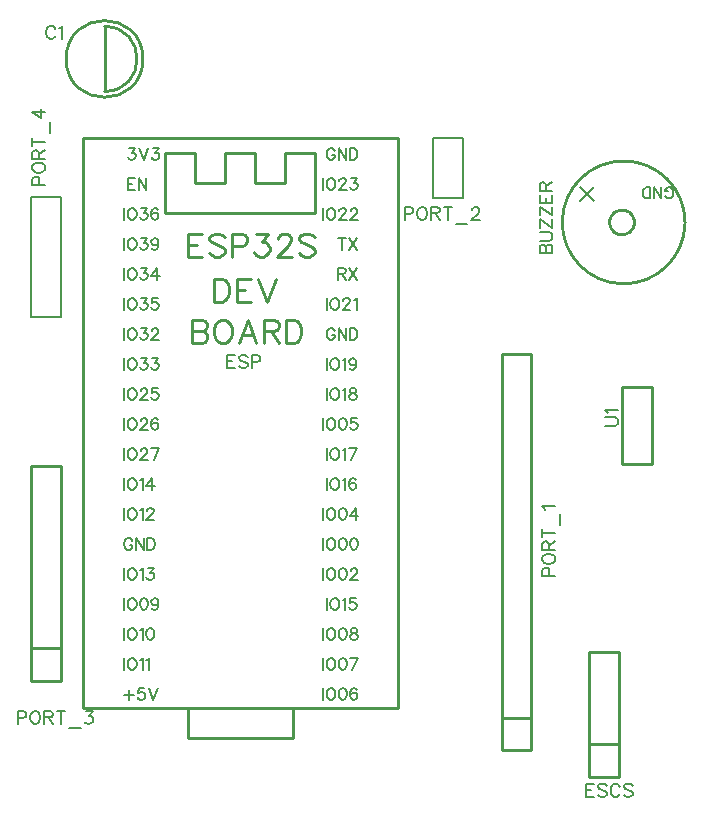
<source format=gto>
G04 Layer: TopSilkscreenLayer*
G04 EasyEDA v6.5.23, 2023-06-09 13:35:16*
G04 e563b856323e489fb497cbcb29ae2dd2,10*
G04 Gerber Generator version 0.2*
G04 Scale: 100 percent, Rotated: No, Reflected: No *
G04 Dimensions in millimeters *
G04 leading zeros omitted , absolute positions ,4 integer and 5 decimal *
%FSLAX45Y45*%
%MOMM*%

%ADD10C,0.1524*%
%ADD11C,0.2032*%
%ADD12C,0.1500*%
%ADD13C,0.1270*%
%ADD14C,0.2540*%
%ADD15C,0.2030*%
%ADD16C,0.0103*%

%LPD*%
D10*
X4990084Y3499993D02*
G01*
X5068061Y3499993D01*
X5083556Y3505072D01*
X5093970Y3515487D01*
X5099050Y3531235D01*
X5099050Y3541648D01*
X5093970Y3557143D01*
X5083556Y3567556D01*
X5068061Y3572637D01*
X4990084Y3572637D01*
X5010911Y3606927D02*
G01*
X5005577Y3617340D01*
X4990084Y3633088D01*
X5099050Y3633088D01*
X4432045Y4959095D02*
G01*
X4541011Y4959095D01*
X4432045Y4959095D02*
G01*
X4432045Y5005831D01*
X4437125Y5021326D01*
X4442459Y5026660D01*
X4452874Y5031739D01*
X4463288Y5031739D01*
X4473702Y5026660D01*
X4478781Y5021326D01*
X4483861Y5005831D01*
X4483861Y4959095D02*
G01*
X4483861Y5005831D01*
X4489195Y5021326D01*
X4494275Y5026660D01*
X4504690Y5031739D01*
X4520438Y5031739D01*
X4530852Y5026660D01*
X4535931Y5021326D01*
X4541011Y5005831D01*
X4541011Y4959095D01*
X4432045Y5066029D02*
G01*
X4510024Y5066029D01*
X4525518Y5071363D01*
X4535931Y5081778D01*
X4541011Y5097271D01*
X4541011Y5107686D01*
X4535931Y5123179D01*
X4525518Y5133594D01*
X4510024Y5138928D01*
X4432045Y5138928D01*
X4432045Y5245862D02*
G01*
X4541011Y5173218D01*
X4432045Y5173218D02*
G01*
X4432045Y5245862D01*
X4541011Y5173218D02*
G01*
X4541011Y5245862D01*
X4432045Y5352795D02*
G01*
X4541011Y5280152D01*
X4432045Y5280152D02*
G01*
X4432045Y5352795D01*
X4541011Y5280152D02*
G01*
X4541011Y5352795D01*
X4432045Y5387086D02*
G01*
X4541011Y5387086D01*
X4432045Y5387086D02*
G01*
X4432045Y5454650D01*
X4483861Y5387086D02*
G01*
X4483861Y5428742D01*
X4541011Y5387086D02*
G01*
X4541011Y5454650D01*
X4432045Y5488939D02*
G01*
X4541011Y5488939D01*
X4432045Y5488939D02*
G01*
X4432045Y5535676D01*
X4437125Y5551423D01*
X4442459Y5556504D01*
X4452874Y5561837D01*
X4463288Y5561837D01*
X4473702Y5556504D01*
X4478781Y5551423D01*
X4483861Y5535676D01*
X4483861Y5488939D01*
X4483861Y5525515D02*
G01*
X4541011Y5561837D01*
D11*
X4772065Y5518094D02*
G01*
X4889527Y5400634D01*
X4772065Y5400634D02*
G01*
X4889708Y5518274D01*
D12*
X5494527Y5446268D02*
G01*
X5498845Y5437123D01*
X5507990Y5428234D01*
X5517134Y5423662D01*
X5535422Y5423662D01*
X5544311Y5428234D01*
X5553456Y5437123D01*
X5558027Y5446268D01*
X5562600Y5459984D01*
X5562600Y5482589D01*
X5558027Y5496305D01*
X5553456Y5505450D01*
X5544311Y5514594D01*
X5535422Y5519165D01*
X5517134Y5519165D01*
X5507990Y5514594D01*
X5498845Y5505450D01*
X5494527Y5496305D01*
X5494527Y5482589D01*
X5517134Y5482589D02*
G01*
X5494527Y5482589D01*
X5464302Y5423662D02*
G01*
X5464302Y5519165D01*
X5464302Y5423662D02*
G01*
X5400802Y5519165D01*
X5400802Y5423662D02*
G01*
X5400802Y5519165D01*
X5370829Y5423662D02*
G01*
X5370829Y5519165D01*
X5370829Y5423662D02*
G01*
X5339079Y5423662D01*
X5325363Y5428234D01*
X5316220Y5437123D01*
X5311647Y5446268D01*
X5307075Y5459984D01*
X5307075Y5482589D01*
X5311647Y5496305D01*
X5316220Y5505450D01*
X5325363Y5514594D01*
X5339079Y5519165D01*
X5370829Y5519165D01*
D10*
X1785696Y4095508D02*
G01*
X1785696Y3986542D01*
X1785696Y4095508D02*
G01*
X1853260Y4095508D01*
X1785696Y4043692D02*
G01*
X1827352Y4043692D01*
X1785696Y3986542D02*
G01*
X1853260Y3986542D01*
X1960194Y4080014D02*
G01*
X1949780Y4090428D01*
X1934286Y4095508D01*
X1913458Y4095508D01*
X1897964Y4090428D01*
X1887550Y4080014D01*
X1887550Y4069600D01*
X1892630Y4059186D01*
X1897964Y4053852D01*
X1908378Y4048772D01*
X1939366Y4038358D01*
X1949780Y4033278D01*
X1955114Y4027944D01*
X1960194Y4017530D01*
X1960194Y4002036D01*
X1949780Y3991622D01*
X1934286Y3986542D01*
X1913458Y3986542D01*
X1897964Y3991622D01*
X1887550Y4002036D01*
X1994484Y4095508D02*
G01*
X1994484Y3986542D01*
X1994484Y4095508D02*
G01*
X2041220Y4095508D01*
X2056968Y4090428D01*
X2062048Y4085094D01*
X2067382Y4074680D01*
X2067382Y4059186D01*
X2062048Y4048772D01*
X2056968Y4043692D01*
X2041220Y4038358D01*
X1994484Y4038358D01*
D13*
X956640Y5848108D02*
G01*
X1007440Y5848108D01*
X979754Y5811024D01*
X993724Y5811024D01*
X1002868Y5806452D01*
X1007440Y5801880D01*
X1012266Y5787910D01*
X1012266Y5778766D01*
X1007440Y5764796D01*
X998296Y5755652D01*
X984326Y5751080D01*
X970610Y5751080D01*
X956640Y5755652D01*
X952068Y5760224D01*
X947496Y5769622D01*
X1042746Y5848108D02*
G01*
X1079576Y5751080D01*
X1116406Y5848108D02*
G01*
X1079576Y5751080D01*
X1156284Y5848108D02*
G01*
X1207084Y5848108D01*
X1179398Y5811024D01*
X1193114Y5811024D01*
X1202512Y5806452D01*
X1207084Y5801880D01*
X1211656Y5787910D01*
X1211656Y5778766D01*
X1207084Y5764796D01*
X1197686Y5755652D01*
X1183970Y5751080D01*
X1170000Y5751080D01*
X1156284Y5755652D01*
X1151712Y5760224D01*
X1146886Y5769622D01*
X947496Y5594108D02*
G01*
X947496Y5497080D01*
X947496Y5594108D02*
G01*
X1007440Y5594108D01*
X947496Y5547880D02*
G01*
X984326Y5547880D01*
X947496Y5497080D02*
G01*
X1007440Y5497080D01*
X1037920Y5594108D02*
G01*
X1037920Y5497080D01*
X1037920Y5594108D02*
G01*
X1102690Y5497080D01*
X1102690Y5594108D02*
G01*
X1102690Y5497080D01*
X915746Y5340108D02*
G01*
X915746Y5243080D01*
X973912Y5340108D02*
G01*
X964768Y5335282D01*
X955370Y5326138D01*
X950798Y5316994D01*
X946226Y5303024D01*
X946226Y5279910D01*
X950798Y5266194D01*
X955370Y5256796D01*
X964768Y5247652D01*
X973912Y5243080D01*
X992454Y5243080D01*
X1001598Y5247652D01*
X1010996Y5256796D01*
X1015568Y5266194D01*
X1020140Y5279910D01*
X1020140Y5303024D01*
X1015568Y5316994D01*
X1010996Y5326138D01*
X1001598Y5335282D01*
X992454Y5340108D01*
X973912Y5340108D01*
X1059764Y5340108D02*
G01*
X1110564Y5340108D01*
X1082878Y5303024D01*
X1096848Y5303024D01*
X1105992Y5298452D01*
X1110564Y5293880D01*
X1115136Y5279910D01*
X1115136Y5270766D01*
X1110564Y5256796D01*
X1101420Y5247652D01*
X1087450Y5243080D01*
X1073734Y5243080D01*
X1059764Y5247652D01*
X1055192Y5252224D01*
X1050620Y5261622D01*
X1201242Y5326138D02*
G01*
X1196416Y5335282D01*
X1182700Y5340108D01*
X1173556Y5340108D01*
X1159586Y5335282D01*
X1150442Y5321566D01*
X1145616Y5298452D01*
X1145616Y5275338D01*
X1150442Y5256796D01*
X1159586Y5247652D01*
X1173556Y5243080D01*
X1178128Y5243080D01*
X1191844Y5247652D01*
X1201242Y5256796D01*
X1205814Y5270766D01*
X1205814Y5275338D01*
X1201242Y5289308D01*
X1191844Y5298452D01*
X1178128Y5303024D01*
X1173556Y5303024D01*
X1159586Y5298452D01*
X1150442Y5289308D01*
X1145616Y5275338D01*
X915746Y4578108D02*
G01*
X915746Y4481080D01*
X973912Y4578108D02*
G01*
X964768Y4573282D01*
X955370Y4564138D01*
X950798Y4554994D01*
X946226Y4541024D01*
X946226Y4517910D01*
X950798Y4504194D01*
X955370Y4494796D01*
X964768Y4485652D01*
X973912Y4481080D01*
X992454Y4481080D01*
X1001598Y4485652D01*
X1010996Y4494796D01*
X1015568Y4504194D01*
X1020140Y4517910D01*
X1020140Y4541024D01*
X1015568Y4554994D01*
X1010996Y4564138D01*
X1001598Y4573282D01*
X992454Y4578108D01*
X973912Y4578108D01*
X1059764Y4578108D02*
G01*
X1110564Y4578108D01*
X1082878Y4541024D01*
X1096848Y4541024D01*
X1105992Y4536452D01*
X1110564Y4531880D01*
X1115136Y4517910D01*
X1115136Y4508766D01*
X1110564Y4494796D01*
X1101420Y4485652D01*
X1087450Y4481080D01*
X1073734Y4481080D01*
X1059764Y4485652D01*
X1055192Y4490224D01*
X1050620Y4499622D01*
X1201242Y4578108D02*
G01*
X1155014Y4578108D01*
X1150442Y4536452D01*
X1155014Y4541024D01*
X1168730Y4545596D01*
X1182700Y4545596D01*
X1196416Y4541024D01*
X1205814Y4531880D01*
X1210386Y4517910D01*
X1210386Y4508766D01*
X1205814Y4494796D01*
X1196416Y4485652D01*
X1182700Y4481080D01*
X1168730Y4481080D01*
X1155014Y4485652D01*
X1150442Y4490224D01*
X1145616Y4499622D01*
X915746Y4832108D02*
G01*
X915746Y4735080D01*
X973912Y4832108D02*
G01*
X964768Y4827282D01*
X955370Y4818138D01*
X950798Y4808994D01*
X946226Y4795024D01*
X946226Y4771910D01*
X950798Y4758194D01*
X955370Y4748796D01*
X964768Y4739652D01*
X973912Y4735080D01*
X992454Y4735080D01*
X1001598Y4739652D01*
X1010996Y4748796D01*
X1015568Y4758194D01*
X1020140Y4771910D01*
X1020140Y4795024D01*
X1015568Y4808994D01*
X1010996Y4818138D01*
X1001598Y4827282D01*
X992454Y4832108D01*
X973912Y4832108D01*
X1059764Y4832108D02*
G01*
X1110564Y4832108D01*
X1082878Y4795024D01*
X1096848Y4795024D01*
X1105992Y4790452D01*
X1110564Y4785880D01*
X1115136Y4771910D01*
X1115136Y4762766D01*
X1110564Y4748796D01*
X1101420Y4739652D01*
X1087450Y4735080D01*
X1073734Y4735080D01*
X1059764Y4739652D01*
X1055192Y4744224D01*
X1050620Y4753622D01*
X1191844Y4832108D02*
G01*
X1145616Y4767338D01*
X1214958Y4767338D01*
X1191844Y4832108D02*
G01*
X1191844Y4735080D01*
X915746Y5086108D02*
G01*
X915746Y4989080D01*
X973912Y5086108D02*
G01*
X964768Y5081282D01*
X955370Y5072138D01*
X950798Y5062994D01*
X946226Y5049024D01*
X946226Y5025910D01*
X950798Y5012194D01*
X955370Y5002796D01*
X964768Y4993652D01*
X973912Y4989080D01*
X992454Y4989080D01*
X1001598Y4993652D01*
X1010996Y5002796D01*
X1015568Y5012194D01*
X1020140Y5025910D01*
X1020140Y5049024D01*
X1015568Y5062994D01*
X1010996Y5072138D01*
X1001598Y5081282D01*
X992454Y5086108D01*
X973912Y5086108D01*
X1059764Y5086108D02*
G01*
X1110564Y5086108D01*
X1082878Y5049024D01*
X1096848Y5049024D01*
X1105992Y5044452D01*
X1110564Y5039880D01*
X1115136Y5025910D01*
X1115136Y5016766D01*
X1110564Y5002796D01*
X1101420Y4993652D01*
X1087450Y4989080D01*
X1073734Y4989080D01*
X1059764Y4993652D01*
X1055192Y4998224D01*
X1050620Y5007622D01*
X1205814Y5053596D02*
G01*
X1201242Y5039880D01*
X1191844Y5030482D01*
X1178128Y5025910D01*
X1173556Y5025910D01*
X1159586Y5030482D01*
X1150442Y5039880D01*
X1145616Y5053596D01*
X1145616Y5058422D01*
X1150442Y5072138D01*
X1159586Y5081282D01*
X1173556Y5086108D01*
X1178128Y5086108D01*
X1191844Y5081282D01*
X1201242Y5072138D01*
X1205814Y5053596D01*
X1205814Y5030482D01*
X1201242Y5007622D01*
X1191844Y4993652D01*
X1178128Y4989080D01*
X1168730Y4989080D01*
X1155014Y4993652D01*
X1150442Y5002796D01*
X915746Y3562108D02*
G01*
X915746Y3465080D01*
X973912Y3562108D02*
G01*
X964768Y3557282D01*
X955370Y3548138D01*
X950798Y3538994D01*
X946226Y3525024D01*
X946226Y3501910D01*
X950798Y3488194D01*
X955370Y3478796D01*
X964768Y3469652D01*
X973912Y3465080D01*
X992454Y3465080D01*
X1001598Y3469652D01*
X1010996Y3478796D01*
X1015568Y3488194D01*
X1020140Y3501910D01*
X1020140Y3525024D01*
X1015568Y3538994D01*
X1010996Y3548138D01*
X1001598Y3557282D01*
X992454Y3562108D01*
X973912Y3562108D01*
X1055192Y3538994D02*
G01*
X1055192Y3543566D01*
X1059764Y3552710D01*
X1064336Y3557282D01*
X1073734Y3562108D01*
X1092276Y3562108D01*
X1101420Y3557282D01*
X1105992Y3552710D01*
X1110564Y3543566D01*
X1110564Y3534422D01*
X1105992Y3525024D01*
X1096848Y3511308D01*
X1050620Y3465080D01*
X1115136Y3465080D01*
X1201242Y3548138D02*
G01*
X1196416Y3557282D01*
X1182700Y3562108D01*
X1173556Y3562108D01*
X1159586Y3557282D01*
X1150442Y3543566D01*
X1145616Y3520452D01*
X1145616Y3497338D01*
X1150442Y3478796D01*
X1159586Y3469652D01*
X1173556Y3465080D01*
X1178128Y3465080D01*
X1191844Y3469652D01*
X1201242Y3478796D01*
X1205814Y3492766D01*
X1205814Y3497338D01*
X1201242Y3511308D01*
X1191844Y3520452D01*
X1178128Y3525024D01*
X1173556Y3525024D01*
X1159586Y3520452D01*
X1150442Y3511308D01*
X1145616Y3497338D01*
X915746Y3308108D02*
G01*
X915746Y3211080D01*
X973912Y3308108D02*
G01*
X964768Y3303282D01*
X955370Y3294138D01*
X950798Y3284994D01*
X946226Y3271024D01*
X946226Y3247910D01*
X950798Y3234194D01*
X955370Y3224796D01*
X964768Y3215652D01*
X973912Y3211080D01*
X992454Y3211080D01*
X1001598Y3215652D01*
X1010996Y3224796D01*
X1015568Y3234194D01*
X1020140Y3247910D01*
X1020140Y3271024D01*
X1015568Y3284994D01*
X1010996Y3294138D01*
X1001598Y3303282D01*
X992454Y3308108D01*
X973912Y3308108D01*
X1055192Y3284994D02*
G01*
X1055192Y3289566D01*
X1059764Y3298710D01*
X1064336Y3303282D01*
X1073734Y3308108D01*
X1092276Y3308108D01*
X1101420Y3303282D01*
X1105992Y3298710D01*
X1110564Y3289566D01*
X1110564Y3280422D01*
X1105992Y3271024D01*
X1096848Y3257308D01*
X1050620Y3211080D01*
X1115136Y3211080D01*
X1210386Y3308108D02*
G01*
X1164158Y3211080D01*
X1145616Y3308108D02*
G01*
X1210386Y3308108D01*
X915746Y3054108D02*
G01*
X915746Y2957080D01*
X973912Y3054108D02*
G01*
X964768Y3049282D01*
X955370Y3040138D01*
X950798Y3030994D01*
X946226Y3017024D01*
X946226Y2993910D01*
X950798Y2980194D01*
X955370Y2970796D01*
X964768Y2961652D01*
X973912Y2957080D01*
X992454Y2957080D01*
X1001598Y2961652D01*
X1010996Y2970796D01*
X1015568Y2980194D01*
X1020140Y2993910D01*
X1020140Y3017024D01*
X1015568Y3030994D01*
X1010996Y3040138D01*
X1001598Y3049282D01*
X992454Y3054108D01*
X973912Y3054108D01*
X1050620Y3035566D02*
G01*
X1059764Y3040138D01*
X1073734Y3054108D01*
X1073734Y2957080D01*
X1150442Y3054108D02*
G01*
X1104214Y2989338D01*
X1173556Y2989338D01*
X1150442Y3054108D02*
G01*
X1150442Y2957080D01*
X915746Y3816108D02*
G01*
X915746Y3719080D01*
X973912Y3816108D02*
G01*
X964768Y3811282D01*
X955370Y3802138D01*
X950798Y3792994D01*
X946226Y3779024D01*
X946226Y3755910D01*
X950798Y3742194D01*
X955370Y3732796D01*
X964768Y3723652D01*
X973912Y3719080D01*
X992454Y3719080D01*
X1001598Y3723652D01*
X1010996Y3732796D01*
X1015568Y3742194D01*
X1020140Y3755910D01*
X1020140Y3779024D01*
X1015568Y3792994D01*
X1010996Y3802138D01*
X1001598Y3811282D01*
X992454Y3816108D01*
X973912Y3816108D01*
X1055192Y3792994D02*
G01*
X1055192Y3797566D01*
X1059764Y3806710D01*
X1064336Y3811282D01*
X1073734Y3816108D01*
X1092276Y3816108D01*
X1101420Y3811282D01*
X1105992Y3806710D01*
X1110564Y3797566D01*
X1110564Y3788422D01*
X1105992Y3779024D01*
X1096848Y3765308D01*
X1050620Y3719080D01*
X1115136Y3719080D01*
X1201242Y3816108D02*
G01*
X1155014Y3816108D01*
X1150442Y3774452D01*
X1155014Y3779024D01*
X1168730Y3783596D01*
X1182700Y3783596D01*
X1196416Y3779024D01*
X1205814Y3769880D01*
X1210386Y3755910D01*
X1210386Y3746766D01*
X1205814Y3732796D01*
X1196416Y3723652D01*
X1182700Y3719080D01*
X1168730Y3719080D01*
X1155014Y3723652D01*
X1150442Y3728224D01*
X1145616Y3737622D01*
X915746Y4070108D02*
G01*
X915746Y3973080D01*
X973912Y4070108D02*
G01*
X964768Y4065282D01*
X955370Y4056138D01*
X950798Y4046994D01*
X946226Y4033024D01*
X946226Y4009910D01*
X950798Y3996194D01*
X955370Y3986796D01*
X964768Y3977652D01*
X973912Y3973080D01*
X992454Y3973080D01*
X1001598Y3977652D01*
X1010996Y3986796D01*
X1015568Y3996194D01*
X1020140Y4009910D01*
X1020140Y4033024D01*
X1015568Y4046994D01*
X1010996Y4056138D01*
X1001598Y4065282D01*
X992454Y4070108D01*
X973912Y4070108D01*
X1059764Y4070108D02*
G01*
X1110564Y4070108D01*
X1082878Y4033024D01*
X1096848Y4033024D01*
X1105992Y4028452D01*
X1110564Y4023880D01*
X1115136Y4009910D01*
X1115136Y4000766D01*
X1110564Y3986796D01*
X1101420Y3977652D01*
X1087450Y3973080D01*
X1073734Y3973080D01*
X1059764Y3977652D01*
X1055192Y3982224D01*
X1050620Y3991622D01*
X1155014Y4070108D02*
G01*
X1205814Y4070108D01*
X1178128Y4033024D01*
X1191844Y4033024D01*
X1201242Y4028452D01*
X1205814Y4023880D01*
X1210386Y4009910D01*
X1210386Y4000766D01*
X1205814Y3986796D01*
X1196416Y3977652D01*
X1182700Y3973080D01*
X1168730Y3973080D01*
X1155014Y3977652D01*
X1150442Y3982224D01*
X1145616Y3991622D01*
X915746Y4324108D02*
G01*
X915746Y4227080D01*
X973912Y4324108D02*
G01*
X964768Y4319282D01*
X955370Y4310138D01*
X950798Y4300994D01*
X946226Y4287024D01*
X946226Y4263910D01*
X950798Y4250194D01*
X955370Y4240796D01*
X964768Y4231652D01*
X973912Y4227080D01*
X992454Y4227080D01*
X1001598Y4231652D01*
X1010996Y4240796D01*
X1015568Y4250194D01*
X1020140Y4263910D01*
X1020140Y4287024D01*
X1015568Y4300994D01*
X1010996Y4310138D01*
X1001598Y4319282D01*
X992454Y4324108D01*
X973912Y4324108D01*
X1059764Y4324108D02*
G01*
X1110564Y4324108D01*
X1082878Y4287024D01*
X1096848Y4287024D01*
X1105992Y4282452D01*
X1110564Y4277880D01*
X1115136Y4263910D01*
X1115136Y4254766D01*
X1110564Y4240796D01*
X1101420Y4231652D01*
X1087450Y4227080D01*
X1073734Y4227080D01*
X1059764Y4231652D01*
X1055192Y4236224D01*
X1050620Y4245622D01*
X1150442Y4300994D02*
G01*
X1150442Y4305566D01*
X1155014Y4314710D01*
X1159586Y4319282D01*
X1168730Y4324108D01*
X1187272Y4324108D01*
X1196416Y4319282D01*
X1201242Y4314710D01*
X1205814Y4305566D01*
X1205814Y4296422D01*
X1201242Y4287024D01*
X1191844Y4273308D01*
X1145616Y4227080D01*
X1210386Y4227080D01*
X915746Y2038108D02*
G01*
X915746Y1941080D01*
X973912Y2038108D02*
G01*
X964768Y2033282D01*
X955370Y2024138D01*
X950798Y2014994D01*
X946226Y2001024D01*
X946226Y1977910D01*
X950798Y1964194D01*
X955370Y1954796D01*
X964768Y1945652D01*
X973912Y1941080D01*
X992454Y1941080D01*
X1001598Y1945652D01*
X1010996Y1954796D01*
X1015568Y1964194D01*
X1020140Y1977910D01*
X1020140Y2001024D01*
X1015568Y2014994D01*
X1010996Y2024138D01*
X1001598Y2033282D01*
X992454Y2038108D01*
X973912Y2038108D01*
X1078306Y2038108D02*
G01*
X1064336Y2033282D01*
X1055192Y2019566D01*
X1050620Y1996452D01*
X1050620Y1982482D01*
X1055192Y1959622D01*
X1064336Y1945652D01*
X1078306Y1941080D01*
X1087450Y1941080D01*
X1101420Y1945652D01*
X1110564Y1959622D01*
X1115136Y1982482D01*
X1115136Y1996452D01*
X1110564Y2019566D01*
X1101420Y2033282D01*
X1087450Y2038108D01*
X1078306Y2038108D01*
X1205814Y2005596D02*
G01*
X1201242Y1991880D01*
X1191844Y1982482D01*
X1178128Y1977910D01*
X1173556Y1977910D01*
X1159586Y1982482D01*
X1150442Y1991880D01*
X1145616Y2005596D01*
X1145616Y2010422D01*
X1150442Y2024138D01*
X1159586Y2033282D01*
X1173556Y2038108D01*
X1178128Y2038108D01*
X1191844Y2033282D01*
X1201242Y2024138D01*
X1205814Y2005596D01*
X1205814Y1982482D01*
X1201242Y1959622D01*
X1191844Y1945652D01*
X1178128Y1941080D01*
X1168730Y1941080D01*
X1155014Y1945652D01*
X1150442Y1954796D01*
X915746Y1784108D02*
G01*
X915746Y1687080D01*
X973912Y1784108D02*
G01*
X964768Y1779282D01*
X955370Y1770138D01*
X950798Y1760994D01*
X946226Y1747024D01*
X946226Y1723910D01*
X950798Y1710194D01*
X955370Y1700796D01*
X964768Y1691652D01*
X973912Y1687080D01*
X992454Y1687080D01*
X1001598Y1691652D01*
X1010996Y1700796D01*
X1015568Y1710194D01*
X1020140Y1723910D01*
X1020140Y1747024D01*
X1015568Y1760994D01*
X1010996Y1770138D01*
X1001598Y1779282D01*
X992454Y1784108D01*
X973912Y1784108D01*
X1050620Y1765566D02*
G01*
X1059764Y1770138D01*
X1073734Y1784108D01*
X1073734Y1687080D01*
X1131900Y1784108D02*
G01*
X1117930Y1779282D01*
X1108786Y1765566D01*
X1104214Y1742452D01*
X1104214Y1728482D01*
X1108786Y1705622D01*
X1117930Y1691652D01*
X1131900Y1687080D01*
X1141044Y1687080D01*
X1155014Y1691652D01*
X1164158Y1705622D01*
X1168730Y1728482D01*
X1168730Y1742452D01*
X1164158Y1765566D01*
X1155014Y1779282D01*
X1141044Y1784108D01*
X1131900Y1784108D01*
X915746Y1530108D02*
G01*
X915746Y1433080D01*
X973912Y1530108D02*
G01*
X964768Y1525282D01*
X955370Y1516138D01*
X950798Y1506994D01*
X946226Y1493024D01*
X946226Y1469910D01*
X950798Y1456194D01*
X955370Y1446796D01*
X964768Y1437652D01*
X973912Y1433080D01*
X992454Y1433080D01*
X1001598Y1437652D01*
X1010996Y1446796D01*
X1015568Y1456194D01*
X1020140Y1469910D01*
X1020140Y1493024D01*
X1015568Y1506994D01*
X1010996Y1516138D01*
X1001598Y1525282D01*
X992454Y1530108D01*
X973912Y1530108D01*
X1050620Y1511566D02*
G01*
X1059764Y1516138D01*
X1073734Y1530108D01*
X1073734Y1433080D01*
X1104214Y1511566D02*
G01*
X1113358Y1516138D01*
X1127328Y1530108D01*
X1127328Y1433080D01*
X915746Y2292108D02*
G01*
X915746Y2195080D01*
X973912Y2292108D02*
G01*
X964768Y2287282D01*
X955370Y2278138D01*
X950798Y2268994D01*
X946226Y2255024D01*
X946226Y2231910D01*
X950798Y2218194D01*
X955370Y2208796D01*
X964768Y2199652D01*
X973912Y2195080D01*
X992454Y2195080D01*
X1001598Y2199652D01*
X1010996Y2208796D01*
X1015568Y2218194D01*
X1020140Y2231910D01*
X1020140Y2255024D01*
X1015568Y2268994D01*
X1010996Y2278138D01*
X1001598Y2287282D01*
X992454Y2292108D01*
X973912Y2292108D01*
X1050620Y2273566D02*
G01*
X1059764Y2278138D01*
X1073734Y2292108D01*
X1073734Y2195080D01*
X1113358Y2292108D02*
G01*
X1164158Y2292108D01*
X1136472Y2255024D01*
X1150442Y2255024D01*
X1159586Y2250452D01*
X1164158Y2245880D01*
X1168730Y2231910D01*
X1168730Y2222766D01*
X1164158Y2208796D01*
X1155014Y2199652D01*
X1141044Y2195080D01*
X1127328Y2195080D01*
X1113358Y2199652D01*
X1108786Y2204224D01*
X1104214Y2213622D01*
X985088Y2522994D02*
G01*
X980516Y2532138D01*
X971118Y2541282D01*
X961974Y2546108D01*
X943432Y2546108D01*
X934288Y2541282D01*
X924890Y2532138D01*
X920318Y2522994D01*
X915746Y2509024D01*
X915746Y2485910D01*
X920318Y2472194D01*
X924890Y2462796D01*
X934288Y2453652D01*
X943432Y2449080D01*
X961974Y2449080D01*
X971118Y2453652D01*
X980516Y2462796D01*
X985088Y2472194D01*
X985088Y2485910D01*
X961974Y2485910D02*
G01*
X985088Y2485910D01*
X1015568Y2546108D02*
G01*
X1015568Y2449080D01*
X1015568Y2546108D02*
G01*
X1080084Y2449080D01*
X1080084Y2546108D02*
G01*
X1080084Y2449080D01*
X1110564Y2546108D02*
G01*
X1110564Y2449080D01*
X1110564Y2546108D02*
G01*
X1143076Y2546108D01*
X1156792Y2541282D01*
X1165936Y2532138D01*
X1170762Y2522994D01*
X1175334Y2509024D01*
X1175334Y2485910D01*
X1170762Y2472194D01*
X1165936Y2462796D01*
X1156792Y2453652D01*
X1143076Y2449080D01*
X1110564Y2449080D01*
X915746Y2800108D02*
G01*
X915746Y2703080D01*
X973912Y2800108D02*
G01*
X964768Y2795282D01*
X955370Y2786138D01*
X950798Y2776994D01*
X946226Y2763024D01*
X946226Y2739910D01*
X950798Y2726194D01*
X955370Y2716796D01*
X964768Y2707652D01*
X973912Y2703080D01*
X992454Y2703080D01*
X1001598Y2707652D01*
X1010996Y2716796D01*
X1015568Y2726194D01*
X1020140Y2739910D01*
X1020140Y2763024D01*
X1015568Y2776994D01*
X1010996Y2786138D01*
X1001598Y2795282D01*
X992454Y2800108D01*
X973912Y2800108D01*
X1050620Y2781566D02*
G01*
X1059764Y2786138D01*
X1073734Y2800108D01*
X1073734Y2703080D01*
X1108786Y2776994D02*
G01*
X1108786Y2781566D01*
X1113358Y2790710D01*
X1117930Y2795282D01*
X1127328Y2800108D01*
X1145616Y2800108D01*
X1155014Y2795282D01*
X1159586Y2790710D01*
X1164158Y2781566D01*
X1164158Y2772422D01*
X1159586Y2763024D01*
X1150442Y2749308D01*
X1104214Y2703080D01*
X1168730Y2703080D01*
X957402Y1262138D02*
G01*
X957402Y1179080D01*
X915746Y1220482D02*
G01*
X998804Y1220482D01*
X1084656Y1276108D02*
G01*
X1038682Y1276108D01*
X1033856Y1234452D01*
X1038682Y1239024D01*
X1052398Y1243596D01*
X1066368Y1243596D01*
X1080084Y1239024D01*
X1089482Y1229880D01*
X1094054Y1215910D01*
X1094054Y1206766D01*
X1089482Y1192796D01*
X1080084Y1183652D01*
X1066368Y1179080D01*
X1052398Y1179080D01*
X1038682Y1183652D01*
X1033856Y1188224D01*
X1029284Y1197622D01*
X1124534Y1276108D02*
G01*
X1161364Y1179080D01*
X1198448Y1276108D02*
G01*
X1161364Y1179080D01*
X2757754Y5086108D02*
G01*
X2757754Y4989080D01*
X2725496Y5086108D02*
G01*
X2790266Y5086108D01*
X2820746Y5086108D02*
G01*
X2885262Y4989080D01*
X2885262Y5086108D02*
G01*
X2820746Y4989080D01*
X2725496Y4832108D02*
G01*
X2725496Y4735080D01*
X2725496Y4832108D02*
G01*
X2767152Y4832108D01*
X2780868Y4827282D01*
X2785440Y4822710D01*
X2790266Y4813566D01*
X2790266Y4804422D01*
X2785440Y4795024D01*
X2780868Y4790452D01*
X2767152Y4785880D01*
X2725496Y4785880D01*
X2757754Y4785880D02*
G01*
X2790266Y4735080D01*
X2820746Y4832108D02*
G01*
X2885262Y4735080D01*
X2885262Y4832108D02*
G01*
X2820746Y4735080D01*
X2630246Y4578108D02*
G01*
X2630246Y4481080D01*
X2688412Y4578108D02*
G01*
X2679268Y4573282D01*
X2669870Y4564138D01*
X2665298Y4554994D01*
X2660726Y4541024D01*
X2660726Y4517910D01*
X2665298Y4504194D01*
X2669870Y4494796D01*
X2679268Y4485652D01*
X2688412Y4481080D01*
X2706954Y4481080D01*
X2716098Y4485652D01*
X2725496Y4494796D01*
X2730068Y4504194D01*
X2734640Y4517910D01*
X2734640Y4541024D01*
X2730068Y4554994D01*
X2725496Y4564138D01*
X2716098Y4573282D01*
X2706954Y4578108D01*
X2688412Y4578108D01*
X2769692Y4554994D02*
G01*
X2769692Y4559566D01*
X2774264Y4568710D01*
X2778836Y4573282D01*
X2788234Y4578108D01*
X2806776Y4578108D01*
X2815920Y4573282D01*
X2820492Y4568710D01*
X2825064Y4559566D01*
X2825064Y4550422D01*
X2820492Y4541024D01*
X2811348Y4527308D01*
X2765120Y4481080D01*
X2829636Y4481080D01*
X2860116Y4559566D02*
G01*
X2869514Y4564138D01*
X2883230Y4578108D01*
X2883230Y4481080D01*
X2598496Y5340108D02*
G01*
X2598496Y5243080D01*
X2656662Y5340108D02*
G01*
X2647518Y5335282D01*
X2638120Y5326138D01*
X2633548Y5316994D01*
X2628976Y5303024D01*
X2628976Y5279910D01*
X2633548Y5266194D01*
X2638120Y5256796D01*
X2647518Y5247652D01*
X2656662Y5243080D01*
X2675204Y5243080D01*
X2684348Y5247652D01*
X2693746Y5256796D01*
X2698318Y5266194D01*
X2702890Y5279910D01*
X2702890Y5303024D01*
X2698318Y5316994D01*
X2693746Y5326138D01*
X2684348Y5335282D01*
X2675204Y5340108D01*
X2656662Y5340108D01*
X2737942Y5316994D02*
G01*
X2737942Y5321566D01*
X2742514Y5330710D01*
X2747086Y5335282D01*
X2756484Y5340108D01*
X2775026Y5340108D01*
X2784170Y5335282D01*
X2788742Y5330710D01*
X2793314Y5321566D01*
X2793314Y5312422D01*
X2788742Y5303024D01*
X2779598Y5289308D01*
X2733370Y5243080D01*
X2797886Y5243080D01*
X2833192Y5316994D02*
G01*
X2833192Y5321566D01*
X2837764Y5330710D01*
X2842336Y5335282D01*
X2851480Y5340108D01*
X2870022Y5340108D01*
X2879166Y5335282D01*
X2883992Y5330710D01*
X2888564Y5321566D01*
X2888564Y5312422D01*
X2883992Y5303024D01*
X2874594Y5289308D01*
X2828366Y5243080D01*
X2893136Y5243080D01*
X2598496Y5594108D02*
G01*
X2598496Y5497080D01*
X2656662Y5594108D02*
G01*
X2647518Y5589282D01*
X2638120Y5580138D01*
X2633548Y5570994D01*
X2628976Y5557024D01*
X2628976Y5533910D01*
X2633548Y5520194D01*
X2638120Y5510796D01*
X2647518Y5501652D01*
X2656662Y5497080D01*
X2675204Y5497080D01*
X2684348Y5501652D01*
X2693746Y5510796D01*
X2698318Y5520194D01*
X2702890Y5533910D01*
X2702890Y5557024D01*
X2698318Y5570994D01*
X2693746Y5580138D01*
X2684348Y5589282D01*
X2675204Y5594108D01*
X2656662Y5594108D01*
X2737942Y5570994D02*
G01*
X2737942Y5575566D01*
X2742514Y5584710D01*
X2747086Y5589282D01*
X2756484Y5594108D01*
X2775026Y5594108D01*
X2784170Y5589282D01*
X2788742Y5584710D01*
X2793314Y5575566D01*
X2793314Y5566422D01*
X2788742Y5557024D01*
X2779598Y5543308D01*
X2733370Y5497080D01*
X2797886Y5497080D01*
X2837764Y5594108D02*
G01*
X2888564Y5594108D01*
X2860878Y5557024D01*
X2874594Y5557024D01*
X2883992Y5552452D01*
X2888564Y5547880D01*
X2893136Y5533910D01*
X2893136Y5524766D01*
X2888564Y5510796D01*
X2879166Y5501652D01*
X2865450Y5497080D01*
X2851480Y5497080D01*
X2837764Y5501652D01*
X2833192Y5506224D01*
X2828366Y5515622D01*
X2699588Y5824994D02*
G01*
X2695016Y5834138D01*
X2685618Y5843282D01*
X2676474Y5848108D01*
X2657932Y5848108D01*
X2648788Y5843282D01*
X2639390Y5834138D01*
X2634818Y5824994D01*
X2630246Y5811024D01*
X2630246Y5787910D01*
X2634818Y5774194D01*
X2639390Y5764796D01*
X2648788Y5755652D01*
X2657932Y5751080D01*
X2676474Y5751080D01*
X2685618Y5755652D01*
X2695016Y5764796D01*
X2699588Y5774194D01*
X2699588Y5787910D01*
X2676474Y5787910D02*
G01*
X2699588Y5787910D01*
X2730068Y5848108D02*
G01*
X2730068Y5751080D01*
X2730068Y5848108D02*
G01*
X2794584Y5751080D01*
X2794584Y5848108D02*
G01*
X2794584Y5751080D01*
X2825064Y5848108D02*
G01*
X2825064Y5751080D01*
X2825064Y5848108D02*
G01*
X2857576Y5848108D01*
X2871292Y5843282D01*
X2880436Y5834138D01*
X2885262Y5824994D01*
X2889834Y5811024D01*
X2889834Y5787910D01*
X2885262Y5774194D01*
X2880436Y5764796D01*
X2871292Y5755652D01*
X2857576Y5751080D01*
X2825064Y5751080D01*
X2598496Y3562108D02*
G01*
X2598496Y3465080D01*
X2656662Y3562108D02*
G01*
X2647518Y3557282D01*
X2638120Y3548138D01*
X2633548Y3538994D01*
X2628976Y3525024D01*
X2628976Y3501910D01*
X2633548Y3488194D01*
X2638120Y3478796D01*
X2647518Y3469652D01*
X2656662Y3465080D01*
X2675204Y3465080D01*
X2684348Y3469652D01*
X2693746Y3478796D01*
X2698318Y3488194D01*
X2702890Y3501910D01*
X2702890Y3525024D01*
X2698318Y3538994D01*
X2693746Y3548138D01*
X2684348Y3557282D01*
X2675204Y3562108D01*
X2656662Y3562108D01*
X2761056Y3562108D02*
G01*
X2747086Y3557282D01*
X2737942Y3543566D01*
X2733370Y3520452D01*
X2733370Y3506482D01*
X2737942Y3483622D01*
X2747086Y3469652D01*
X2761056Y3465080D01*
X2770200Y3465080D01*
X2784170Y3469652D01*
X2793314Y3483622D01*
X2797886Y3506482D01*
X2797886Y3520452D01*
X2793314Y3543566D01*
X2784170Y3557282D01*
X2770200Y3562108D01*
X2761056Y3562108D01*
X2883992Y3562108D02*
G01*
X2837764Y3562108D01*
X2833192Y3520452D01*
X2837764Y3525024D01*
X2851480Y3529596D01*
X2865450Y3529596D01*
X2879166Y3525024D01*
X2888564Y3515880D01*
X2893136Y3501910D01*
X2893136Y3492766D01*
X2888564Y3478796D01*
X2879166Y3469652D01*
X2865450Y3465080D01*
X2851480Y3465080D01*
X2837764Y3469652D01*
X2833192Y3474224D01*
X2828366Y3483622D01*
X2630246Y3308108D02*
G01*
X2630246Y3211080D01*
X2688412Y3308108D02*
G01*
X2679268Y3303282D01*
X2669870Y3294138D01*
X2665298Y3284994D01*
X2660726Y3271024D01*
X2660726Y3247910D01*
X2665298Y3234194D01*
X2669870Y3224796D01*
X2679268Y3215652D01*
X2688412Y3211080D01*
X2706954Y3211080D01*
X2716098Y3215652D01*
X2725496Y3224796D01*
X2730068Y3234194D01*
X2734640Y3247910D01*
X2734640Y3271024D01*
X2730068Y3284994D01*
X2725496Y3294138D01*
X2716098Y3303282D01*
X2706954Y3308108D01*
X2688412Y3308108D01*
X2765120Y3289566D02*
G01*
X2774264Y3294138D01*
X2788234Y3308108D01*
X2788234Y3211080D01*
X2883230Y3308108D02*
G01*
X2837256Y3211080D01*
X2818714Y3308108D02*
G01*
X2883230Y3308108D01*
X2630246Y3054108D02*
G01*
X2630246Y2957080D01*
X2688412Y3054108D02*
G01*
X2679268Y3049282D01*
X2669870Y3040138D01*
X2665298Y3030994D01*
X2660726Y3017024D01*
X2660726Y2993910D01*
X2665298Y2980194D01*
X2669870Y2970796D01*
X2679268Y2961652D01*
X2688412Y2957080D01*
X2706954Y2957080D01*
X2716098Y2961652D01*
X2725496Y2970796D01*
X2730068Y2980194D01*
X2734640Y2993910D01*
X2734640Y3017024D01*
X2730068Y3030994D01*
X2725496Y3040138D01*
X2716098Y3049282D01*
X2706954Y3054108D01*
X2688412Y3054108D01*
X2765120Y3035566D02*
G01*
X2774264Y3040138D01*
X2788234Y3054108D01*
X2788234Y2957080D01*
X2874086Y3040138D02*
G01*
X2869514Y3049282D01*
X2855544Y3054108D01*
X2846400Y3054108D01*
X2832430Y3049282D01*
X2823286Y3035566D01*
X2818714Y3012452D01*
X2818714Y2989338D01*
X2823286Y2970796D01*
X2832430Y2961652D01*
X2846400Y2957080D01*
X2850972Y2957080D01*
X2864942Y2961652D01*
X2874086Y2970796D01*
X2878658Y2984766D01*
X2878658Y2989338D01*
X2874086Y3003308D01*
X2864942Y3012452D01*
X2850972Y3017024D01*
X2846400Y3017024D01*
X2832430Y3012452D01*
X2823286Y3003308D01*
X2818714Y2989338D01*
X2630246Y3816108D02*
G01*
X2630246Y3719080D01*
X2688412Y3816108D02*
G01*
X2679268Y3811282D01*
X2669870Y3802138D01*
X2665298Y3792994D01*
X2660726Y3779024D01*
X2660726Y3755910D01*
X2665298Y3742194D01*
X2669870Y3732796D01*
X2679268Y3723652D01*
X2688412Y3719080D01*
X2706954Y3719080D01*
X2716098Y3723652D01*
X2725496Y3732796D01*
X2730068Y3742194D01*
X2734640Y3755910D01*
X2734640Y3779024D01*
X2730068Y3792994D01*
X2725496Y3802138D01*
X2716098Y3811282D01*
X2706954Y3816108D01*
X2688412Y3816108D01*
X2765120Y3797566D02*
G01*
X2774264Y3802138D01*
X2788234Y3816108D01*
X2788234Y3719080D01*
X2841828Y3816108D02*
G01*
X2827858Y3811282D01*
X2823286Y3802138D01*
X2823286Y3792994D01*
X2827858Y3783596D01*
X2837256Y3779024D01*
X2855544Y3774452D01*
X2869514Y3769880D01*
X2878658Y3760482D01*
X2883230Y3751338D01*
X2883230Y3737622D01*
X2878658Y3728224D01*
X2874086Y3723652D01*
X2860116Y3719080D01*
X2841828Y3719080D01*
X2827858Y3723652D01*
X2823286Y3728224D01*
X2818714Y3737622D01*
X2818714Y3751338D01*
X2823286Y3760482D01*
X2832430Y3769880D01*
X2846400Y3774452D01*
X2864942Y3779024D01*
X2874086Y3783596D01*
X2878658Y3792994D01*
X2878658Y3802138D01*
X2874086Y3811282D01*
X2860116Y3816108D01*
X2841828Y3816108D01*
X2630246Y4070108D02*
G01*
X2630246Y3973080D01*
X2688412Y4070108D02*
G01*
X2679268Y4065282D01*
X2669870Y4056138D01*
X2665298Y4046994D01*
X2660726Y4033024D01*
X2660726Y4009910D01*
X2665298Y3996194D01*
X2669870Y3986796D01*
X2679268Y3977652D01*
X2688412Y3973080D01*
X2706954Y3973080D01*
X2716098Y3977652D01*
X2725496Y3986796D01*
X2730068Y3996194D01*
X2734640Y4009910D01*
X2734640Y4033024D01*
X2730068Y4046994D01*
X2725496Y4056138D01*
X2716098Y4065282D01*
X2706954Y4070108D01*
X2688412Y4070108D01*
X2765120Y4051566D02*
G01*
X2774264Y4056138D01*
X2788234Y4070108D01*
X2788234Y3973080D01*
X2878658Y4037596D02*
G01*
X2874086Y4023880D01*
X2864942Y4014482D01*
X2850972Y4009910D01*
X2846400Y4009910D01*
X2832430Y4014482D01*
X2823286Y4023880D01*
X2818714Y4037596D01*
X2818714Y4042422D01*
X2823286Y4056138D01*
X2832430Y4065282D01*
X2846400Y4070108D01*
X2850972Y4070108D01*
X2864942Y4065282D01*
X2874086Y4056138D01*
X2878658Y4037596D01*
X2878658Y4014482D01*
X2874086Y3991622D01*
X2864942Y3977652D01*
X2850972Y3973080D01*
X2841828Y3973080D01*
X2827858Y3977652D01*
X2823286Y3986796D01*
X2699588Y4300994D02*
G01*
X2695016Y4310138D01*
X2685618Y4319282D01*
X2676474Y4324108D01*
X2657932Y4324108D01*
X2648788Y4319282D01*
X2639390Y4310138D01*
X2634818Y4300994D01*
X2630246Y4287024D01*
X2630246Y4263910D01*
X2634818Y4250194D01*
X2639390Y4240796D01*
X2648788Y4231652D01*
X2657932Y4227080D01*
X2676474Y4227080D01*
X2685618Y4231652D01*
X2695016Y4240796D01*
X2699588Y4250194D01*
X2699588Y4263910D01*
X2676474Y4263910D02*
G01*
X2699588Y4263910D01*
X2730068Y4324108D02*
G01*
X2730068Y4227080D01*
X2730068Y4324108D02*
G01*
X2794584Y4227080D01*
X2794584Y4324108D02*
G01*
X2794584Y4227080D01*
X2825064Y4324108D02*
G01*
X2825064Y4227080D01*
X2825064Y4324108D02*
G01*
X2857576Y4324108D01*
X2871292Y4319282D01*
X2880436Y4310138D01*
X2885262Y4300994D01*
X2889834Y4287024D01*
X2889834Y4263910D01*
X2885262Y4250194D01*
X2880436Y4240796D01*
X2871292Y4231652D01*
X2857576Y4227080D01*
X2825064Y4227080D01*
X2598496Y2292108D02*
G01*
X2598496Y2195080D01*
X2656662Y2292108D02*
G01*
X2647518Y2287282D01*
X2638120Y2278138D01*
X2633548Y2268994D01*
X2628976Y2255024D01*
X2628976Y2231910D01*
X2633548Y2218194D01*
X2638120Y2208796D01*
X2647518Y2199652D01*
X2656662Y2195080D01*
X2675204Y2195080D01*
X2684348Y2199652D01*
X2693746Y2208796D01*
X2698318Y2218194D01*
X2702890Y2231910D01*
X2702890Y2255024D01*
X2698318Y2268994D01*
X2693746Y2278138D01*
X2684348Y2287282D01*
X2675204Y2292108D01*
X2656662Y2292108D01*
X2761056Y2292108D02*
G01*
X2747086Y2287282D01*
X2737942Y2273566D01*
X2733370Y2250452D01*
X2733370Y2236482D01*
X2737942Y2213622D01*
X2747086Y2199652D01*
X2761056Y2195080D01*
X2770200Y2195080D01*
X2784170Y2199652D01*
X2793314Y2213622D01*
X2797886Y2236482D01*
X2797886Y2250452D01*
X2793314Y2273566D01*
X2784170Y2287282D01*
X2770200Y2292108D01*
X2761056Y2292108D01*
X2833192Y2268994D02*
G01*
X2833192Y2273566D01*
X2837764Y2282710D01*
X2842336Y2287282D01*
X2851480Y2292108D01*
X2870022Y2292108D01*
X2879166Y2287282D01*
X2883992Y2282710D01*
X2888564Y2273566D01*
X2888564Y2264422D01*
X2883992Y2255024D01*
X2874594Y2241308D01*
X2828366Y2195080D01*
X2893136Y2195080D01*
X2598496Y2546108D02*
G01*
X2598496Y2449080D01*
X2656662Y2546108D02*
G01*
X2647518Y2541282D01*
X2638120Y2532138D01*
X2633548Y2522994D01*
X2628976Y2509024D01*
X2628976Y2485910D01*
X2633548Y2472194D01*
X2638120Y2462796D01*
X2647518Y2453652D01*
X2656662Y2449080D01*
X2675204Y2449080D01*
X2684348Y2453652D01*
X2693746Y2462796D01*
X2698318Y2472194D01*
X2702890Y2485910D01*
X2702890Y2509024D01*
X2698318Y2522994D01*
X2693746Y2532138D01*
X2684348Y2541282D01*
X2675204Y2546108D01*
X2656662Y2546108D01*
X2761056Y2546108D02*
G01*
X2747086Y2541282D01*
X2737942Y2527566D01*
X2733370Y2504452D01*
X2733370Y2490482D01*
X2737942Y2467622D01*
X2747086Y2453652D01*
X2761056Y2449080D01*
X2770200Y2449080D01*
X2784170Y2453652D01*
X2793314Y2467622D01*
X2797886Y2490482D01*
X2797886Y2504452D01*
X2793314Y2527566D01*
X2784170Y2541282D01*
X2770200Y2546108D01*
X2761056Y2546108D01*
X2856306Y2546108D02*
G01*
X2842336Y2541282D01*
X2833192Y2527566D01*
X2828366Y2504452D01*
X2828366Y2490482D01*
X2833192Y2467622D01*
X2842336Y2453652D01*
X2856306Y2449080D01*
X2865450Y2449080D01*
X2879166Y2453652D01*
X2888564Y2467622D01*
X2893136Y2490482D01*
X2893136Y2504452D01*
X2888564Y2527566D01*
X2879166Y2541282D01*
X2865450Y2546108D01*
X2856306Y2546108D01*
X2598496Y2800108D02*
G01*
X2598496Y2703080D01*
X2656662Y2800108D02*
G01*
X2647518Y2795282D01*
X2638120Y2786138D01*
X2633548Y2776994D01*
X2628976Y2763024D01*
X2628976Y2739910D01*
X2633548Y2726194D01*
X2638120Y2716796D01*
X2647518Y2707652D01*
X2656662Y2703080D01*
X2675204Y2703080D01*
X2684348Y2707652D01*
X2693746Y2716796D01*
X2698318Y2726194D01*
X2702890Y2739910D01*
X2702890Y2763024D01*
X2698318Y2776994D01*
X2693746Y2786138D01*
X2684348Y2795282D01*
X2675204Y2800108D01*
X2656662Y2800108D01*
X2761056Y2800108D02*
G01*
X2747086Y2795282D01*
X2737942Y2781566D01*
X2733370Y2758452D01*
X2733370Y2744482D01*
X2737942Y2721622D01*
X2747086Y2707652D01*
X2761056Y2703080D01*
X2770200Y2703080D01*
X2784170Y2707652D01*
X2793314Y2721622D01*
X2797886Y2744482D01*
X2797886Y2758452D01*
X2793314Y2781566D01*
X2784170Y2795282D01*
X2770200Y2800108D01*
X2761056Y2800108D01*
X2874594Y2800108D02*
G01*
X2828366Y2735338D01*
X2897708Y2735338D01*
X2874594Y2800108D02*
G01*
X2874594Y2703080D01*
X2630246Y2038108D02*
G01*
X2630246Y1941080D01*
X2688412Y2038108D02*
G01*
X2679268Y2033282D01*
X2669870Y2024138D01*
X2665298Y2014994D01*
X2660726Y2001024D01*
X2660726Y1977910D01*
X2665298Y1964194D01*
X2669870Y1954796D01*
X2679268Y1945652D01*
X2688412Y1941080D01*
X2706954Y1941080D01*
X2716098Y1945652D01*
X2725496Y1954796D01*
X2730068Y1964194D01*
X2734640Y1977910D01*
X2734640Y2001024D01*
X2730068Y2014994D01*
X2725496Y2024138D01*
X2716098Y2033282D01*
X2706954Y2038108D01*
X2688412Y2038108D01*
X2765120Y2019566D02*
G01*
X2774264Y2024138D01*
X2788234Y2038108D01*
X2788234Y1941080D01*
X2874086Y2038108D02*
G01*
X2827858Y2038108D01*
X2823286Y1996452D01*
X2827858Y2001024D01*
X2841828Y2005596D01*
X2855544Y2005596D01*
X2869514Y2001024D01*
X2878658Y1991880D01*
X2883230Y1977910D01*
X2883230Y1968766D01*
X2878658Y1954796D01*
X2869514Y1945652D01*
X2855544Y1941080D01*
X2841828Y1941080D01*
X2827858Y1945652D01*
X2823286Y1950224D01*
X2818714Y1959622D01*
X2598496Y1784108D02*
G01*
X2598496Y1687080D01*
X2656662Y1784108D02*
G01*
X2647518Y1779282D01*
X2638120Y1770138D01*
X2633548Y1760994D01*
X2628976Y1747024D01*
X2628976Y1723910D01*
X2633548Y1710194D01*
X2638120Y1700796D01*
X2647518Y1691652D01*
X2656662Y1687080D01*
X2675204Y1687080D01*
X2684348Y1691652D01*
X2693746Y1700796D01*
X2698318Y1710194D01*
X2702890Y1723910D01*
X2702890Y1747024D01*
X2698318Y1760994D01*
X2693746Y1770138D01*
X2684348Y1779282D01*
X2675204Y1784108D01*
X2656662Y1784108D01*
X2761056Y1784108D02*
G01*
X2747086Y1779282D01*
X2737942Y1765566D01*
X2733370Y1742452D01*
X2733370Y1728482D01*
X2737942Y1705622D01*
X2747086Y1691652D01*
X2761056Y1687080D01*
X2770200Y1687080D01*
X2784170Y1691652D01*
X2793314Y1705622D01*
X2797886Y1728482D01*
X2797886Y1742452D01*
X2793314Y1765566D01*
X2784170Y1779282D01*
X2770200Y1784108D01*
X2761056Y1784108D01*
X2851480Y1784108D02*
G01*
X2837764Y1779282D01*
X2833192Y1770138D01*
X2833192Y1760994D01*
X2837764Y1751596D01*
X2846908Y1747024D01*
X2865450Y1742452D01*
X2879166Y1737880D01*
X2888564Y1728482D01*
X2893136Y1719338D01*
X2893136Y1705622D01*
X2888564Y1696224D01*
X2883992Y1691652D01*
X2870022Y1687080D01*
X2851480Y1687080D01*
X2837764Y1691652D01*
X2833192Y1696224D01*
X2828366Y1705622D01*
X2828366Y1719338D01*
X2833192Y1728482D01*
X2842336Y1737880D01*
X2856306Y1742452D01*
X2874594Y1747024D01*
X2883992Y1751596D01*
X2888564Y1760994D01*
X2888564Y1770138D01*
X2883992Y1779282D01*
X2870022Y1784108D01*
X2851480Y1784108D01*
X2598496Y1530108D02*
G01*
X2598496Y1433080D01*
X2656662Y1530108D02*
G01*
X2647518Y1525282D01*
X2638120Y1516138D01*
X2633548Y1506994D01*
X2628976Y1493024D01*
X2628976Y1469910D01*
X2633548Y1456194D01*
X2638120Y1446796D01*
X2647518Y1437652D01*
X2656662Y1433080D01*
X2675204Y1433080D01*
X2684348Y1437652D01*
X2693746Y1446796D01*
X2698318Y1456194D01*
X2702890Y1469910D01*
X2702890Y1493024D01*
X2698318Y1506994D01*
X2693746Y1516138D01*
X2684348Y1525282D01*
X2675204Y1530108D01*
X2656662Y1530108D01*
X2761056Y1530108D02*
G01*
X2747086Y1525282D01*
X2737942Y1511566D01*
X2733370Y1488452D01*
X2733370Y1474482D01*
X2737942Y1451622D01*
X2747086Y1437652D01*
X2761056Y1433080D01*
X2770200Y1433080D01*
X2784170Y1437652D01*
X2793314Y1451622D01*
X2797886Y1474482D01*
X2797886Y1488452D01*
X2793314Y1511566D01*
X2784170Y1525282D01*
X2770200Y1530108D01*
X2761056Y1530108D01*
X2893136Y1530108D02*
G01*
X2846908Y1433080D01*
X2828366Y1530108D02*
G01*
X2893136Y1530108D01*
X2598496Y1276108D02*
G01*
X2598496Y1179080D01*
X2656662Y1276108D02*
G01*
X2647518Y1271282D01*
X2638120Y1262138D01*
X2633548Y1252994D01*
X2628976Y1239024D01*
X2628976Y1215910D01*
X2633548Y1202194D01*
X2638120Y1192796D01*
X2647518Y1183652D01*
X2656662Y1179080D01*
X2675204Y1179080D01*
X2684348Y1183652D01*
X2693746Y1192796D01*
X2698318Y1202194D01*
X2702890Y1215910D01*
X2702890Y1239024D01*
X2698318Y1252994D01*
X2693746Y1262138D01*
X2684348Y1271282D01*
X2675204Y1276108D01*
X2656662Y1276108D01*
X2761056Y1276108D02*
G01*
X2747086Y1271282D01*
X2737942Y1257566D01*
X2733370Y1234452D01*
X2733370Y1220482D01*
X2737942Y1197622D01*
X2747086Y1183652D01*
X2761056Y1179080D01*
X2770200Y1179080D01*
X2784170Y1183652D01*
X2793314Y1197622D01*
X2797886Y1220482D01*
X2797886Y1234452D01*
X2793314Y1257566D01*
X2784170Y1271282D01*
X2770200Y1276108D01*
X2761056Y1276108D01*
X2883992Y1262138D02*
G01*
X2879166Y1271282D01*
X2865450Y1276108D01*
X2856306Y1276108D01*
X2842336Y1271282D01*
X2833192Y1257566D01*
X2828366Y1234452D01*
X2828366Y1211338D01*
X2833192Y1192796D01*
X2842336Y1183652D01*
X2856306Y1179080D01*
X2860878Y1179080D01*
X2874594Y1183652D01*
X2883992Y1192796D01*
X2888564Y1206766D01*
X2888564Y1211338D01*
X2883992Y1225308D01*
X2874594Y1234452D01*
X2860878Y1239024D01*
X2856306Y1239024D01*
X2842336Y1234452D01*
X2833192Y1225308D01*
X2828366Y1211338D01*
D14*
X1455496Y5124970D02*
G01*
X1455496Y4931168D01*
X1455496Y5124970D02*
G01*
X1575638Y5124970D01*
X1455496Y5032768D02*
G01*
X1529410Y5032768D01*
X1455496Y4931168D02*
G01*
X1575638Y4931168D01*
X1765884Y5097284D02*
G01*
X1747342Y5115826D01*
X1719656Y5124970D01*
X1682826Y5124970D01*
X1654886Y5115826D01*
X1636598Y5097284D01*
X1636598Y5078742D01*
X1645742Y5060454D01*
X1654886Y5051056D01*
X1673428Y5041912D01*
X1728800Y5023370D01*
X1747342Y5014226D01*
X1756486Y5005082D01*
X1765884Y4986540D01*
X1765884Y4958854D01*
X1747342Y4940312D01*
X1719656Y4931168D01*
X1682826Y4931168D01*
X1654886Y4940312D01*
X1636598Y4958854D01*
X1826844Y5124970D02*
G01*
X1826844Y4931168D01*
X1826844Y5124970D02*
G01*
X1909902Y5124970D01*
X1937588Y5115826D01*
X1946986Y5106682D01*
X1956130Y5088140D01*
X1956130Y5060454D01*
X1946986Y5041912D01*
X1937588Y5032768D01*
X1909902Y5023370D01*
X1826844Y5023370D01*
X2035632Y5124970D02*
G01*
X2137232Y5124970D01*
X2081606Y5051056D01*
X2109546Y5051056D01*
X2127834Y5041912D01*
X2137232Y5032768D01*
X2146376Y5005082D01*
X2146376Y4986540D01*
X2137232Y4958854D01*
X2118690Y4940312D01*
X2091004Y4931168D01*
X2063318Y4931168D01*
X2035632Y4940312D01*
X2026234Y4949456D01*
X2017090Y4967998D01*
X2216480Y5078742D02*
G01*
X2216480Y5088140D01*
X2225878Y5106682D01*
X2235022Y5115826D01*
X2253564Y5124970D01*
X2290394Y5124970D01*
X2308936Y5115826D01*
X2318080Y5106682D01*
X2327478Y5088140D01*
X2327478Y5069598D01*
X2318080Y5051056D01*
X2299792Y5023370D01*
X2207336Y4931168D01*
X2336622Y4931168D01*
X2526868Y5097284D02*
G01*
X2508326Y5115826D01*
X2480640Y5124970D01*
X2443810Y5124970D01*
X2416124Y5115826D01*
X2397582Y5097284D01*
X2397582Y5078742D01*
X2406726Y5060454D01*
X2416124Y5051056D01*
X2434666Y5041912D01*
X2490038Y5023370D01*
X2508326Y5014226D01*
X2517724Y5005082D01*
X2526868Y4986540D01*
X2526868Y4958854D01*
X2508326Y4940312D01*
X2480640Y4931168D01*
X2443810Y4931168D01*
X2416124Y4940312D01*
X2397582Y4958854D01*
X1677746Y4743970D02*
G01*
X1677746Y4550168D01*
X1677746Y4743970D02*
G01*
X1742516Y4743970D01*
X1770202Y4734826D01*
X1788490Y4716284D01*
X1797888Y4697742D01*
X1807032Y4670056D01*
X1807032Y4624082D01*
X1797888Y4596142D01*
X1788490Y4577854D01*
X1770202Y4559312D01*
X1742516Y4550168D01*
X1677746Y4550168D01*
X1867992Y4743970D02*
G01*
X1867992Y4550168D01*
X1867992Y4743970D02*
G01*
X1988134Y4743970D01*
X1867992Y4651768D02*
G01*
X1941906Y4651768D01*
X1867992Y4550168D02*
G01*
X1988134Y4550168D01*
X2049094Y4743970D02*
G01*
X2123008Y4550168D01*
X2196922Y4743970D02*
G01*
X2123008Y4550168D01*
X1487246Y4394720D02*
G01*
X1487246Y4200918D01*
X1487246Y4394720D02*
G01*
X1570304Y4394720D01*
X1597990Y4385576D01*
X1607388Y4376432D01*
X1616532Y4357890D01*
X1616532Y4339348D01*
X1607388Y4320806D01*
X1597990Y4311662D01*
X1570304Y4302518D01*
X1487246Y4302518D02*
G01*
X1570304Y4302518D01*
X1597990Y4293120D01*
X1607388Y4283976D01*
X1616532Y4265434D01*
X1616532Y4237748D01*
X1607388Y4219206D01*
X1597990Y4210062D01*
X1570304Y4200918D01*
X1487246Y4200918D01*
X1732864Y4394720D02*
G01*
X1714576Y4385576D01*
X1696034Y4367034D01*
X1686636Y4348492D01*
X1677492Y4320806D01*
X1677492Y4274832D01*
X1686636Y4246892D01*
X1696034Y4228604D01*
X1714576Y4210062D01*
X1732864Y4200918D01*
X1769948Y4200918D01*
X1788236Y4210062D01*
X1806778Y4228604D01*
X1816176Y4246892D01*
X1825320Y4274832D01*
X1825320Y4320806D01*
X1816176Y4348492D01*
X1806778Y4367034D01*
X1788236Y4385576D01*
X1769948Y4394720D01*
X1732864Y4394720D01*
X1960194Y4394720D02*
G01*
X1886280Y4200918D01*
X1960194Y4394720D02*
G01*
X2034108Y4200918D01*
X1913966Y4265434D02*
G01*
X2006422Y4265434D01*
X2095068Y4394720D02*
G01*
X2095068Y4200918D01*
X2095068Y4394720D02*
G01*
X2178126Y4394720D01*
X2205812Y4385576D01*
X2214956Y4376432D01*
X2224354Y4357890D01*
X2224354Y4339348D01*
X2214956Y4320806D01*
X2205812Y4311662D01*
X2178126Y4302518D01*
X2095068Y4302518D01*
X2159584Y4302518D02*
G01*
X2224354Y4200918D01*
X2285314Y4394720D02*
G01*
X2285314Y4200918D01*
X2285314Y4394720D02*
G01*
X2349830Y4394720D01*
X2377516Y4385576D01*
X2396058Y4367034D01*
X2405456Y4348492D01*
X2414600Y4320806D01*
X2414600Y4274832D01*
X2405456Y4246892D01*
X2396058Y4228604D01*
X2377516Y4210062D01*
X2349830Y4200918D01*
X2285314Y4200918D01*
D10*
X331978Y6858508D02*
G01*
X326644Y6868921D01*
X316229Y6879336D01*
X306070Y6884415D01*
X285242Y6884415D01*
X274828Y6879336D01*
X264413Y6868921D01*
X259079Y6858508D01*
X254000Y6842760D01*
X254000Y6816852D01*
X259079Y6801358D01*
X264413Y6790944D01*
X274828Y6780529D01*
X285242Y6775450D01*
X306070Y6775450D01*
X316229Y6780529D01*
X326644Y6790944D01*
X331978Y6801358D01*
X366268Y6863587D02*
G01*
X376681Y6868921D01*
X392176Y6884415D01*
X392176Y6775450D01*
X4825517Y467232D02*
G01*
X4825517Y358267D01*
X4825517Y467232D02*
G01*
X4893081Y467232D01*
X4825517Y415417D02*
G01*
X4867173Y415417D01*
X4825517Y358267D02*
G01*
X4893081Y358267D01*
X5000015Y451738D02*
G01*
X4989601Y462153D01*
X4974107Y467232D01*
X4953279Y467232D01*
X4937785Y462153D01*
X4927371Y451738D01*
X4927371Y441325D01*
X4932451Y430911D01*
X4937785Y425577D01*
X4948199Y420496D01*
X4979187Y410082D01*
X4989601Y405003D01*
X4994935Y399669D01*
X5000015Y389254D01*
X5000015Y373761D01*
X4989601Y363346D01*
X4974107Y358267D01*
X4953279Y358267D01*
X4937785Y363346D01*
X4927371Y373761D01*
X5112283Y441325D02*
G01*
X5107203Y451738D01*
X5096789Y462153D01*
X5086375Y467232D01*
X5065547Y467232D01*
X5055133Y462153D01*
X5044719Y451738D01*
X5039639Y441325D01*
X5034305Y425577D01*
X5034305Y399669D01*
X5039639Y384175D01*
X5044719Y373761D01*
X5055133Y363346D01*
X5065547Y358267D01*
X5086375Y358267D01*
X5096789Y363346D01*
X5107203Y373761D01*
X5112283Y384175D01*
X5219217Y451738D02*
G01*
X5209057Y462153D01*
X5193309Y467232D01*
X5172481Y467232D01*
X5156987Y462153D01*
X5146573Y451738D01*
X5146573Y441325D01*
X5151907Y430911D01*
X5156987Y425577D01*
X5167401Y420496D01*
X5198643Y410082D01*
X5209057Y405003D01*
X5214137Y399669D01*
X5219217Y389254D01*
X5219217Y373761D01*
X5209057Y363346D01*
X5193309Y358267D01*
X5172481Y358267D01*
X5156987Y363346D01*
X5146573Y373761D01*
X4456684Y2222500D02*
G01*
X4565650Y2222500D01*
X4456684Y2222500D02*
G01*
X4456684Y2269236D01*
X4461763Y2284729D01*
X4467097Y2290063D01*
X4477511Y2295144D01*
X4493006Y2295144D01*
X4503420Y2290063D01*
X4508500Y2284729D01*
X4513834Y2269236D01*
X4513834Y2222500D01*
X4456684Y2360676D02*
G01*
X4461763Y2350262D01*
X4472177Y2339847D01*
X4482591Y2334768D01*
X4498340Y2329434D01*
X4524247Y2329434D01*
X4539741Y2334768D01*
X4550156Y2339847D01*
X4560570Y2350262D01*
X4565650Y2360676D01*
X4565650Y2381504D01*
X4560570Y2391918D01*
X4550156Y2402331D01*
X4539741Y2407412D01*
X4524247Y2412745D01*
X4498340Y2412745D01*
X4482591Y2407412D01*
X4472177Y2402331D01*
X4461763Y2391918D01*
X4456684Y2381504D01*
X4456684Y2360676D01*
X4456684Y2447036D02*
G01*
X4565650Y2447036D01*
X4456684Y2447036D02*
G01*
X4456684Y2493771D01*
X4461763Y2509265D01*
X4467097Y2514600D01*
X4477511Y2519679D01*
X4487925Y2519679D01*
X4498340Y2514600D01*
X4503420Y2509265D01*
X4508500Y2493771D01*
X4508500Y2447036D01*
X4508500Y2483357D02*
G01*
X4565650Y2519679D01*
X4456684Y2590292D02*
G01*
X4565650Y2590292D01*
X4456684Y2553970D02*
G01*
X4456684Y2626613D01*
X4602225Y2660904D02*
G01*
X4602225Y2754629D01*
X4477511Y2788920D02*
G01*
X4472177Y2799079D01*
X4456684Y2814828D01*
X4565650Y2814828D01*
X3289300Y5350804D02*
G01*
X3289300Y5241838D01*
X3289300Y5350804D02*
G01*
X3336036Y5350804D01*
X3351529Y5345724D01*
X3356863Y5340390D01*
X3361943Y5329976D01*
X3361943Y5314482D01*
X3356863Y5304068D01*
X3351529Y5298988D01*
X3336036Y5293654D01*
X3289300Y5293654D01*
X3427475Y5350804D02*
G01*
X3417061Y5345724D01*
X3406647Y5335310D01*
X3401568Y5324896D01*
X3396234Y5309148D01*
X3396234Y5283240D01*
X3401568Y5267746D01*
X3406647Y5257332D01*
X3417061Y5246918D01*
X3427475Y5241838D01*
X3448304Y5241838D01*
X3458718Y5246918D01*
X3469131Y5257332D01*
X3474211Y5267746D01*
X3479545Y5283240D01*
X3479545Y5309148D01*
X3474211Y5324896D01*
X3469131Y5335310D01*
X3458718Y5345724D01*
X3448304Y5350804D01*
X3427475Y5350804D01*
X3513836Y5350804D02*
G01*
X3513836Y5241838D01*
X3513836Y5350804D02*
G01*
X3560572Y5350804D01*
X3576065Y5345724D01*
X3581400Y5340390D01*
X3586479Y5329976D01*
X3586479Y5319562D01*
X3581400Y5309148D01*
X3576065Y5304068D01*
X3560572Y5298988D01*
X3513836Y5298988D01*
X3550158Y5298988D02*
G01*
X3586479Y5241838D01*
X3657091Y5350804D02*
G01*
X3657091Y5241838D01*
X3620770Y5350804D02*
G01*
X3693413Y5350804D01*
X3727704Y5205262D02*
G01*
X3821429Y5205262D01*
X3860800Y5324896D02*
G01*
X3860800Y5329976D01*
X3865879Y5340390D01*
X3871213Y5345724D01*
X3881627Y5350804D01*
X3902456Y5350804D01*
X3912870Y5345724D01*
X3917950Y5340390D01*
X3923029Y5329976D01*
X3923029Y5319562D01*
X3917950Y5309148D01*
X3907536Y5293654D01*
X3855720Y5241838D01*
X3928363Y5241838D01*
X13500Y1082611D02*
G01*
X13500Y973645D01*
X13500Y1082611D02*
G01*
X60236Y1082611D01*
X75730Y1077531D01*
X81064Y1072197D01*
X86144Y1061783D01*
X86144Y1046289D01*
X81064Y1035875D01*
X75730Y1030795D01*
X60236Y1025461D01*
X13500Y1025461D01*
X151676Y1082611D02*
G01*
X141262Y1077531D01*
X130848Y1067117D01*
X125768Y1056703D01*
X120434Y1040955D01*
X120434Y1015047D01*
X125768Y999553D01*
X130848Y989139D01*
X141262Y978725D01*
X151676Y973645D01*
X172504Y973645D01*
X182918Y978725D01*
X193332Y989139D01*
X198412Y999553D01*
X203746Y1015047D01*
X203746Y1040955D01*
X198412Y1056703D01*
X193332Y1067117D01*
X182918Y1077531D01*
X172504Y1082611D01*
X151676Y1082611D01*
X238036Y1082611D02*
G01*
X238036Y973645D01*
X238036Y1082611D02*
G01*
X284772Y1082611D01*
X300266Y1077531D01*
X305600Y1072197D01*
X310680Y1061783D01*
X310680Y1051369D01*
X305600Y1040955D01*
X300266Y1035875D01*
X284772Y1030795D01*
X238036Y1030795D01*
X274358Y1030795D02*
G01*
X310680Y973645D01*
X381292Y1082611D02*
G01*
X381292Y973645D01*
X344970Y1082611D02*
G01*
X417614Y1082611D01*
X451904Y937069D02*
G01*
X545630Y937069D01*
X590080Y1082611D02*
G01*
X647230Y1082611D01*
X616242Y1040955D01*
X631736Y1040955D01*
X642150Y1035875D01*
X647230Y1030795D01*
X652564Y1015047D01*
X652564Y1004633D01*
X647230Y989139D01*
X637070Y978725D01*
X621322Y973645D01*
X605828Y973645D01*
X590080Y978725D01*
X585000Y983805D01*
X579920Y994219D01*
X138684Y5534588D02*
G01*
X247650Y5534588D01*
X138684Y5534588D02*
G01*
X138684Y5581324D01*
X143763Y5596818D01*
X149097Y5602152D01*
X159512Y5607232D01*
X175005Y5607232D01*
X185420Y5602152D01*
X190500Y5596818D01*
X195834Y5581324D01*
X195834Y5534588D01*
X138684Y5672764D02*
G01*
X143763Y5662350D01*
X154178Y5651936D01*
X164592Y5646856D01*
X180339Y5641522D01*
X206247Y5641522D01*
X221742Y5646856D01*
X232155Y5651936D01*
X242570Y5662350D01*
X247650Y5672764D01*
X247650Y5693595D01*
X242570Y5704006D01*
X232155Y5714420D01*
X221742Y5719500D01*
X206247Y5724837D01*
X180339Y5724837D01*
X164592Y5719500D01*
X154178Y5714420D01*
X143763Y5704006D01*
X138684Y5693595D01*
X138684Y5672764D01*
X138684Y5759124D02*
G01*
X247650Y5759124D01*
X138684Y5759124D02*
G01*
X138684Y5805860D01*
X143763Y5821354D01*
X149097Y5826688D01*
X159512Y5831768D01*
X169926Y5831768D01*
X180339Y5826688D01*
X185420Y5821354D01*
X190500Y5805860D01*
X190500Y5759124D01*
X190500Y5795446D02*
G01*
X247650Y5831768D01*
X138684Y5902380D02*
G01*
X247650Y5902380D01*
X138684Y5866058D02*
G01*
X138684Y5938702D01*
X284226Y5972995D02*
G01*
X284226Y6066718D01*
X138684Y6152824D02*
G01*
X211328Y6101008D01*
X211328Y6178732D01*
X138684Y6152824D02*
G01*
X247650Y6152824D01*
D14*
X5382801Y3824993D02*
G01*
X5132798Y3824993D01*
X5132798Y3174992D02*
G01*
X5132798Y3824993D01*
X5382801Y3824993D02*
G01*
X5382801Y3174992D01*
X5382801Y3174992D02*
G01*
X5132798Y3174992D01*
X1264996Y5300992D02*
G01*
X2534996Y5300992D01*
X1264996Y5300992D02*
G01*
X1264996Y5808992D01*
X1518996Y5808992D01*
X1518996Y5554992D01*
X1772996Y5554992D01*
X1772996Y5808992D01*
X2026996Y5808992D01*
X2026996Y5554992D01*
X2280996Y5554992D01*
X2280996Y5808992D01*
X2534996Y5808992D01*
X2534996Y5300992D02*
G01*
X2534996Y5808992D01*
X2344496Y1109992D02*
G01*
X3233496Y1109992D01*
X3233496Y5935992D01*
X566496Y5935992D01*
X566496Y1109992D01*
X1455496Y1109992D01*
X1455496Y1109992D02*
G01*
X2344496Y1109992D01*
X1455496Y1109992D02*
G01*
X1455496Y855992D01*
X2344496Y855992D01*
X2344496Y1109992D01*
X749300Y6879000D02*
G01*
X749300Y6328999D01*
X4851400Y1583100D02*
G01*
X5105400Y1583100D01*
X4851400Y525099D02*
G01*
X4851400Y1583100D01*
X4851400Y802452D02*
G01*
X5105400Y802452D01*
X5105400Y525099D02*
G01*
X5105400Y1583100D01*
X4851400Y525099D02*
G01*
X5105400Y525099D01*
X4111802Y755700D02*
G01*
X4111802Y4105706D01*
X4361815Y4105706D01*
X4361815Y755700D01*
X4111802Y755700D01*
X4111802Y755700D02*
G01*
X4111802Y1025702D01*
X4361815Y1025702D01*
X4361815Y755700D01*
X4111802Y755700D01*
D11*
X3530600Y5933988D02*
G01*
X3784600Y5933988D01*
X3784600Y5425988D01*
X3530600Y5425988D01*
X3530600Y5616488D01*
D15*
X3530600Y5933988D02*
G01*
X3530600Y5616488D01*
D14*
X122999Y1617347D02*
G01*
X376999Y1617347D01*
X376999Y1339994D02*
G01*
X376999Y3159996D01*
X122999Y3159996D02*
G01*
X376999Y3159996D01*
X122999Y1339994D02*
G01*
X376999Y1339994D01*
X122999Y1339994D02*
G01*
X122999Y3159996D01*
D11*
X122999Y5432988D02*
G01*
X376999Y5432988D01*
X376999Y4416988D01*
X122999Y4416988D01*
X122999Y4607488D01*
D15*
X122999Y5432988D02*
G01*
X122999Y4607488D01*
D14*
G75*
G01*
X5156200Y5118100D02*
G03*
X5145611Y5116025I-25408J101598D01*
G75*
G01*
X5664200Y5219700D02*
G03*
X5664025Y5206662I-519999J470D01*
G75*
G01*
X749300Y6879001D02*
G02*
X749300Y6328999I0J-275001D01*
G75*
G01
X1074293Y6604000D02*
G03X1074293Y6604000I-324993J0D01*
M02*

</source>
